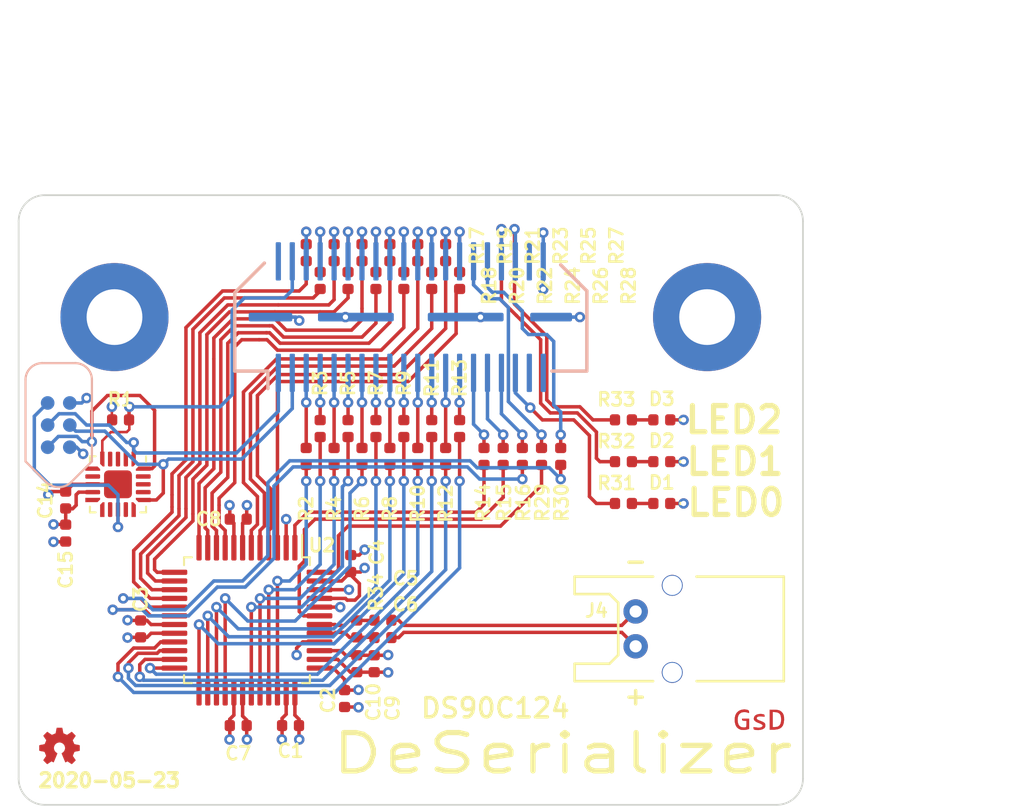
<source format=kicad_pcb>
(kicad_pcb (version 20221018) (generator pcbnew)
  (title_block (title "ds90c124-deserializer") (date "2020-05-23") (rev "r1.0") (comment 1 "SYZYGY Pod"))
  (layers (0 "F.Cu" signal) (1 "In1.Cu" power) (2 "In2.Cu" signal) (31 "B.Cu" signal) (34 "B.Paste" user) (35 "F.Paste" user) (36 "B.SilkS" user "B.Silkscreen") (37 "F.SilkS" user "F.Silkscreen") (38 "B.Mask" user) (39 "F.Mask" user) (44 "Edge.Cuts" user))
  (net 0 "")
  (net 1 "GND")
  (net 2 "+3V3")
  (net 3 "/Peripheral MCU/MISO")
  (net 4 "/Peripheral MCU/~{RESET}")
  (net 5 "/SCL")
  (net 6 "/SDA")
  (net 7 "/RGA")
  (net 8 "/D0")
  (net 9 "/D12")
  (net 10 "/D1")
  (net 11 "/D13")
  (net 12 "/D2")
  (net 13 "/D14")
  (net 14 "/D3")
  (net 15 "/D15")
  (net 16 "/D4")
  (net 17 "/D16")
  (net 18 "/D5")
  (net 19 "/D17")
  (net 20 "/D6")
  (net 21 "/D18")
  (net 22 "/D7")
  (net 23 "/D19")
  (net 24 "/D8")
  (net 25 "/D20")
  (net 26 "/D9")
  (net 27 "/D21")
  (net 28 "/D10")
  (net 29 "/D22")
  (net 30 "/D11")
  (net 31 "/D23")
  (net 32 "Net-(J1-Pad29)")
  (net 33 "Net-(J1-Pad30)")
  (net 34 "Net-(J1-Pad31)")
  (net 35 "Net-(J1-Pad32)")
  (net 36 "/R_CLK")
  (net 37 "/LVDS_N")
  (net 38 "/RIN_N")
  (net 39 "/RIN_P")
  (net 40 "/LVDS_P")
  (net 41 "Net-(D1-Pad2)")
  (net 42 "Net-(D2-Pad2)")
  (net 43 "Net-(D3-Pad2)")
  (net 44 "Net-(J1-Pad5)")
  (net 45 "Net-(J1-Pad6)")
  (net 46 "Net-(J1-Pad7)")
  (net 47 "Net-(J1-Pad8)")
  (net 48 "Net-(J1-Pad9)")
  (net 49 "Net-(J1-Pad10)")
  (net 50 "Net-(J1-Pad11)")
  (net 51 "Net-(J1-Pad12)")
  (net 52 "Net-(J1-Pad13)")
  (net 53 "Net-(J1-Pad14)")
  (net 54 "Net-(J1-Pad15)")
  (net 55 "Net-(J1-Pad16)")
  (net 56 "Net-(J1-Pad17)")
  (net 57 "Net-(J1-Pad18)")
  (net 58 "Net-(J1-Pad19)")
  (net 59 "Net-(J1-Pad20)")
  (net 60 "Net-(J1-Pad21)")
  (net 61 "Net-(J1-Pad22)")
  (net 62 "Net-(J1-Pad23)")
  (net 63 "Net-(J1-Pad24)")
  (net 64 "Net-(J1-Pad25)")
  (net 65 "Net-(J1-Pad26)")
  (net 66 "Net-(J1-Pad27)")
  (net 67 "Net-(J1-Pad28)")
  (net 68 "Net-(J1-Pad33)")
  (net 69 "/POWER_DOWN")
  (net 70 "/CLK_EDGE")
  (net 71 "/REN")
  (net 72 "/LOCK")
  (net 73 "/LED0")
  (net 74 "/LED1")
  (net 75 "/LED2")
  (footprint "Package_DFN_QFN:QFN-20-1EP_3x3mm_P0.45mm_EP1.6x1.6mm" (layer "F.Cu") (at 113.2 97.8 -90)
    (fp_text reference "U1" hide)
    (fp_text value "ATtiny44A-MMH" hide)
  )
  (footprint "Resistor_SMD:R_0402_1005Metric" (layer "F.Cu") (at 113.35 94.1)
    (fp_text reference "R1")
    (fp_text value "10K")
  )
  (footprint "Capacitor_SMD:C_0402_1005Metric" (layer "F.Cu") (at 110.2 98.7 90)
    (fp_text reference "C14")
    (fp_text value "0.1uF")
  )
  (footprint "Capacitor_SMD:C_0402_1005Metric" (layer "F.Cu") (at 110.2 100.6 -90)
    (fp_text reference "C15")
    (fp_text value "1uF")
  )
  (footprint "gkl_logos:gsd_logo_small" (layer "F.Cu") (at 150 111.4)
    (fp_text reference "G***" hide)
    (fp_text value "LOGO" hide)
  )
  (footprint "gkl_logos:oshw_small" (layer "F.Cu") (at 109.85 112.85)
    (fp_text reference "G***" hide)
    (fp_text value "LOGO" hide)
  )
  (footprint "Package_QFP:LQFP-48_7x7mm_P0.5mm" (layer "F.Cu") (at 120.6 105.6 -90)
    (fp_text reference "U2")
    (fp_text value "DS90C241")
  )
  (footprint "Resistor_SMD:R_0402_1005Metric" (layer "F.Cu") (at 132 96.2 90)
    (fp_text reference "R12")
    (fp_text value "47R")
  )
  (footprint "Resistor_SMD:R_0402_1005Metric" (layer "F.Cu") (at 142.2 98.9)
    (fp_text reference "R31")
    (fp_text value "1k")
  )
  (footprint "Capacitor_SMD:C_0402_1005Metric" (layer "F.Cu") (at 126.55 102.35 90)
    (fp_text reference "C4")
    (fp_text value "0.01uF")
  )
  (footprint "Resistor_SMD:R_0402_1005Metric" (layer "F.Cu") (at 125.6 84.5 -90)
    (fp_text reference "R19")
    (fp_text value "47R")
  )
  (footprint "LED_SMD:LED_0402_1005Metric" (layer "F.Cu") (at 144.4 96.5 180)
    (fp_text reference "D2")
    (fp_text value "LED_ALT")
  )
  (footprint "Capacitor_SMD:C_0402_1005Metric" (layer "F.Cu") (at 120.1 111.65 180)
    (fp_text reference "C7")
    (fp_text value "0.1uF")
  )
  (footprint "Resistor_SMD:R_0402_1005Metric" (layer "F.Cu") (at 127.2 84.5 -90)
    (fp_text reference "R21")
    (fp_text value "47R")
  )
  (footprint "Resistor_SMD:R_0402_1005Metric" (layer "F.Cu") (at 135.3 96.2 90)
    (fp_text reference "R15")
    (fp_text value "47R")
  )
  (footprint "Capacitor_SMD:C_0402_1005Metric" (layer "F.Cu") (at 126.9 108.1 -90)
    (fp_text reference "C10")
    (fp_text value "0.01uF")
  )
  (footprint "Resistor_SMD:R_0402_1005Metric" (layer "F.Cu") (at 132.8 86.1 -90)
    (fp_text reference "R28")
    (fp_text value "47R")
  )
  (footprint "Resistor_SMD:R_0402_1005Metric" (layer "F.Cu") (at 137.5 96.2 -90)
    (fp_text reference "R29")
    (fp_text value "47R")
  )
  (footprint "Capacitor_SMD:C_0402_1005Metric" (layer "F.Cu") (at 126.2 110.1 -90)
    (fp_text reference "C2")
    (fp_text value "0.01uF")
  )
  (footprint "Resistor_SMD:R_0402_1005Metric" (layer "F.Cu") (at 142.2 96.5)
    (fp_text reference "R32")
    (fp_text value "1k")
  )
  (footprint "Resistor_SMD:R_0402_1005Metric" (layer "F.Cu") (at 130.4 96.2 90)
    (fp_text reference "R10")
    (fp_text value "47R")
  )
  (footprint "Resistor_SMD:R_0402_1005Metric" (layer "F.Cu") (at 131.2 86.1 -90)
    (fp_text reference "R26")
    (fp_text value "47R")
  )
  (footprint "Capacitor_SMD:C_0402_1005Metric" (layer "F.Cu") (at 128.4 106.6 180)
    (fp_text reference "C6")
    (fp_text value "0.1uF")
  )
  (footprint "Resistor_SMD:R_0402_1005Metric" (layer "F.Cu") (at 138.6 96.2 -90)
    (fp_text reference "R30")
    (fp_text value "47R")
  )
  (footprint "Resistor_SMD:R_0402_1005Metric" (layer "F.Cu") (at 136.4 96.2 90)
    (fp_text reference "R16")
    (fp_text value "47R")
  )
  (footprint "Capacitor_SMD:C_0402_1005Metric" (layer "F.Cu") (at 128.4 105.6)
    (fp_text reference "C5")
    (fp_text value "0.1uF")
  )
  (footprint "Resistor_SMD:R_0402_1005Metric" (layer "F.Cu") (at 127.2 96.2 90)
    (fp_text reference "R6")
    (fp_text value "47R")
  )
  (footprint "Resistor_SMD:R_0402_1005Metric" (layer "F.Cu") (at 132.8 94.6 90)
    (fp_text reference "R13")
    (fp_text value "47R")
  )
  (footprint "Resistor_SMD:R_0402_1005Metric" (layer "F.Cu") (at 125.6 96.2 90)
    (fp_text reference "R4")
    (fp_text value "47R")
  )
  (footprint "Resistor_SMD:R_0402_1005Metric" (layer "F.Cu") (at 124 96.2 90)
    (fp_text reference "R2")
    (fp_text value "47R")
  )
  (footprint "Resistor_SMD:R_0402_1005Metric" (layer "F.Cu") (at 131.2 94.6 90)
    (fp_text reference "R11")
    (fp_text value "47R")
  )
  (footprint "Resistor_SMD:R_0402_1005Metric" (layer "F.Cu") (at 128.8 84.5 -90)
    (fp_text reference "R23")
    (fp_text value "47R")
  )
  (footprint "LED_SMD:LED_0402_1005Metric" (layer "F.Cu") (at 144.4 98.9 180)
    (fp_text reference "D1")
    (fp_text value "LED_ALT")
  )
  (footprint "Resistor_SMD:R_0402_1005Metric" (layer "F.Cu") (at 130.4 84.5 -90)
    (fp_text reference "R25")
    (fp_text value "47R")
  )
  (footprint "Resistor_SMD:R_0402_1005Metric" (layer "F.Cu") (at 124 84.5 -90)
    (fp_text reference "R17")
    (fp_text value "47R")
  )
  (footprint "Capacitor_SMD:C_0402_1005Metric" (layer "F.Cu") (at 127.9 108.1 -90)
    (fp_text reference "C9")
    (fp_text value "0.1uF")
  )
  (footprint "Resistor_SMD:R_0402_1005Metric" (layer "F.Cu") (at 132 84.5 -90)
    (fp_text reference "R27")
    (fp_text value "47R")
  )
  (footprint "Capacitor_SMD:C_0402_1005Metric" (layer "F.Cu") (at 114.5 106.1 90)
    (fp_text reference "C3")
    (fp_text value "0.1uF")
  )
  (footprint "Resistor_SMD:R_0402_1005Metric" (layer "F.Cu") (at 129.6 86.1 -90)
    (fp_text reference "R24")
    (fp_text value "47R")
  )
  (footprint "Resistor_SMD:R_0402_1005Metric" (layer "F.Cu") (at 126.4 86.1 -90)
    (fp_text reference "R20")
    (fp_text value "47R")
  )
  (footprint "Resistor_SMD:R_0402_1005Metric" (layer "F.Cu") (at 126.9 106.1 -90)
    (fp_text reference "R34")
    (fp_text value "100R")
  )
  (footprint "Resistor_SMD:R_0402_1005Metric" (layer "F.Cu") (at 124.8 94.6 90)
    (fp_text reference "R3")
    (fp_text value "47R")
  )
  (footprint "LED_SMD:LED_0402_1005Metric" (layer "F.Cu") (at 144.4 94.1 180)
    (fp_text reference "D3")
    (fp_text value "LED_ALT")
  )
  (footprint "Capacitor_SMD:C_0402_1005Metric" (layer "F.Cu") (at 120.1 99.8 180)
    (fp_text reference "C8")
    (fp_text value "0.01uF")
  )
  (footprint "Resistor_SMD:R_0402_1005Metric" (layer "F.Cu") (at 124.8 86.1 -90)
    (fp_text reference "R18")
    (fp_text value "47R")
  )
  (footprint "Capacitor_SMD:C_0402_1005Metric" (layer "F.Cu") (at 123.1 111.65 180)
    (fp_text reference "C1")
    (fp_text value "0.1uF")
  )
  (footprint "Resistor_SMD:R_0402_1005Metric" (layer "F.Cu") (at 128 86.1 -90)
    (fp_text reference "R22")
    (fp_text value "47R")
  )
  (footprint "Resistor_SMD:R_0402_1005Metric" (layer "F.Cu") (at 129.6 94.6 90)
    (fp_text reference "R9")
    (fp_text value "47R")
  )
  (footprint "Resistor_SMD:R_0402_1005Metric" (layer "F.Cu") (at 142.2 94.1)
    (fp_text reference "R33")
    (fp_text value "1k")
  )
  (footprint "Resistor_SMD:R_0402_1005Metric" (layer "F.Cu") (at 126.4 94.6 90)
    (fp_text reference "R5")
    (fp_text value "47R")
  )
  (footprint "Resistor_SMD:R_0402_1005Metric" (layer "F.Cu") (at 128 94.6 90)
    (fp_text reference "R7")
    (fp_text value "47R")
  )
  (footprint "Resistor_SMD:R_0402_1005Metric" (layer "F.Cu") (at 128.8 96.2 90)
    (fp_text reference "R8")
    (fp_text value "47R")
  )
  (footprint "Resistor_SMD:R_0402_1005Metric" (layer "F.Cu") (at 134.2 96.2 90)
    (fp_text reference "R14")
    (fp_text value "47R")
  )
  (footprint "gkl_conn:SB02B-PASK-2" (layer "F.Cu") (at 142.9 106.1 90)
    (fp_text reference "J4")
    (fp_text value "Conn_01x02_Male")
  )
  (footprint "gkl_conn:SYZYGY_standard_pod" (layer "B.Cu") (at 130 88.2 180)
    (fp_text reference "J1" hide)
    (fp_text value "SYZYGY-STD" hide)
  )
  (footprint "pkl_tag_connect:TC2030-NL_SMALL" (layer "B.Cu") (at 109.8 94.4 90)
    (fp_text reference "J3")
    (fp_text value "TagConnect")
  )
  (gr_line (start 151 116.2) (end 109 116.2) (stroke (width 0.1)) (layer "Edge.Cuts"))
  (gr_line (start 109 81.2) (end 151 81.2) (stroke (width 0.1)) (layer "Edge.Cuts"))
  (gr_line (start 107.5 114.7) (end 107.5 82.7) (stroke (width 0.1)) (layer "Edge.Cuts"))
  (gr_arc (start 107.5 82.7) (mid 107.93934 81.63934) (end 109 81.2) (stroke (width 0.1)) (layer "Edge.Cuts"))
  (gr_arc (start 109 116.2) (mid 107.93934 115.76066) (end 107.5 114.7) (stroke (width 0.1)) (layer "Edge.Cuts"))
  (gr_line (start 152.5 82.7) (end 152.5 114.7) (stroke (width 0.1)) (layer "Edge.Cuts"))
  (gr_arc (start 152.5 114.7) (mid 152.06066 115.76066) (end 151 116.2) (stroke (width 0.1)) (layer "Edge.Cuts"))
  (gr_arc (start 151 81.2) (mid 152.06066 81.63934) (end 152.5 82.7) (stroke (width 0.1)) (layer "Edge.Cuts"))
  (gr_text "-" (at 142.9 102.2) (layer "F.SilkS") (effects (font (size 1 1) (thickness 0.2))))
  (gr_text "LED1" (at 148.6 96.5) (layer "F.SilkS") (effects (font (size 1.5 1.5) (thickness 0.3))))
  (gr_text "LED0" (at 148.65 98.85) (layer "F.SilkS") (effects (font (size 1.5 1.5) (thickness 0.3))))
  (gr_text "+" (at 142.9 109.95) (layer "F.SilkS") (effects (font (size 1 1) (thickness 0.2))))
  (gr_text "2020-05-23\n" (at 112.7 114.8) (layer "F.SilkS") (effects (font (size 0.8 0.8) (thickness 0.2))))
  (gr_text "DeSerializer" (at 138.7 113.25) (layer "F.SilkS") (effects (font (size 2.2 2.959) (thickness 0.3))))
  (gr_text "LED2" (at 148.55 94.1) (layer "F.SilkS") (effects (font (size 1.5 1.5) (thickness 0.3))))
  (gr_text "DS90C124" (at 134.85 110.65) (layer "F.SilkS") (effects (font (size 1.1 1.1) (thickness 0.2))))
  (segment (start 119.85 100.035) (end 119.615 99.8) (width 0.2) (layer "F.Cu") (net 1))
  (segment (start 124.7625 103.85) (end 126.45 103.85) (width 0.2) (layer "F.Cu") (net 1))
  (segment (start 119.615 111.65) (end 119.615 112.435) (width 0.2) (layer "F.Cu") (net 1))
  (segment (start 119.85 111.05) (end 119.615 111.285) (width 0.2) (layer "F.Cu") (net 1))
  (segment (start 125.8 107.85) (end 126.535 108.585) (width 0.2) (layer "F.Cu") (net 1))
  (segment (start 122.615 111.235) (end 122.615 111.65) (width 0.2) (layer "F.Cu") (net 1))
  (segment (start 119.615 99.015) (end 119.6 99) (width 0.2) (layer "F.Cu") (net 1))
  (segment (start 123.8 106.85) (end 123.45 107.2) (width 0.2) (layer "F.Cu") (net 1))
  (segment (start 124.7625 106.85) (end 123.8 106.85) (width 0.2) (layer "F.Cu") (net 1))
  (segment (start 110.2 101.1) (end 109.5 101.1) (width 0.2) (layer "F.Cu") (net 1))
  (segment (start 111.75 97.8) (end 110.615 97.8) (width 0.2) (layer "F.Cu") (net 1))
  (segment (start 119.85 109.7625) (end 119.85 111.05) (width 0.2) (layer "F.Cu") (net 1))
  (segment (start 110.2 98.215) (end 109.385 98.215) (width 0.2) (layer "F.Cu") (net 1))
  (segment (start 119.615 111.285) (end 119.615 111.65) (width 0.2) (layer "F.Cu") (net 1))
  (segment (start 122.85 101.4375) (end 122.85 99.8) (width 0.2) (layer "F.Cu") (net 1))
  (segment (start 124.7625 104.85) (end 125.95 104.85) (width 0.2) (layer "F.Cu") (net 1))
  (segment (start 144.885 98.9) (end 145.65 98.9) (width 0.2) (layer "F.Cu") (net 1))
  (segment (start 114.865 105.615) (end 115.1 105.85) (width 0.2) (layer "F.Cu") (net 1))
  (segment (start 114.5 105.615) (end 114.865 105.615) (width 0.2) (layer "F.Cu") (net 1))
  (segment (start 122.85 111) (end 122.615 111.235) (width 0.2) (layer "F.Cu") (net 1))
  (segment (start 124.7625 107.85) (end 125.8 107.85) (width 0.2) (layer "F.Cu") (net 1))
  (segment (start 127.9 108.585) (end 128.685 108.585) (width 0.2) (layer "F.Cu") (net 1))
  (segment (start 113.765 105.615) (end 113.75 105.6) (width 0.2) (layer "F.Cu") (net 1))
  (segment (start 109.385 98.215) (end 109.2 98.4) (width 0.2) (layer "F.Cu") (net 1))
  (segment (start 119.85 101.4375) (end 119.85 100.035) (width 0.2) (layer "F.Cu") (net 1))
  (segment (start 119.615 99.8) (end 119.615 99.015) (width 0.2) (layer "F.Cu") (net 1))
  (segment (start 126.9 108.585) (end 127.9 108.585) (width 0.2) (layer "F.Cu") (net 1))
  (segment (start 122.615 112.435) (end 122.6 112.45) (width 0.2) (layer "F.Cu") (net 1))
  (segment (start 110.615 97.8) (end 110.2 98.215) (width 0.2) (layer "F.Cu") (net 1))
  (segment (start 122.85 109.7625) (end 122.85 111) (width 0.2) (layer "F.Cu") (net 1))
  (segment (start 119.615 112.435) (end 119.6 112.45) (width 0.2) (layer "F.Cu") (net 1))
  (segment (start 144.885 94.1) (end 145.65 94.1) (width 0.2) (layer "F.Cu") (net 1))
  (segment (start 126.2 110.585) (end 126.985 110.585) (width 0.2) (layer "F.Cu") (net 1))
  (segment (start 126.535 108.585) (end 126.9 108.585) (width 0.2) (layer "F.Cu") (net 1))
  (segment (start 123.45 107.2) (end 123.45 107.6) (width 0.2) (layer "F.Cu") (net 1))
  (segment (start 127.035 101.865) (end 127.35 101.55) (width 0.2) (layer "F.Cu") (net 1))
  (segment (start 144.885 96.5) (end 145.65 96.5) (width 0.2) (layer "F.Cu") (net 1))
  (segment (start 126.985 110.585) (end 127 110.6) (width 0.2) (layer "F.Cu") (net 1))
  (segment (start 114.5 105.615) (end 113.765 105.615) (width 0.2) (layer "F.Cu") (net 1))
  (segment (start 116.4375 105.85) (end 115.1 105.85) (width 0.2) (layer "F.Cu") (net 1))
  (segment (start 128.685 108.585) (end 128.7 108.6) (width 0.2) (layer "F.Cu") (net 1))
  (segment (start 126.55 101.865) (end 127.035 101.865) (width 0.2) (layer "F.Cu") (net 1))
  (segment (start 122.615 111.65) (end 122.615 112.435) (width 0.2) (layer "F.Cu") (net 1))
  (segment (start 113.2 97.8) (end 111.75 97.8) (width 0.2) (layer "F.Cu") (net 1))
  (via (at 109.2 98.4) (size 0.6) (drill 0.3) (layers "F.Cu" "B.Cu") (net 1))
  (via (at 123.6 88.4) (size 0.6) (drill 0.3) (layers "F.Cu" "B.Cu") (net 1))
  (via (at 113.75 105.6) (size 0.6) (drill 0.3) (layers "F.Cu" "B.Cu") (net 1))
  (via (at 145.65 98.9) (size 0.6) (drill 0.3) (layers "F.Cu" "B.Cu") (net 1))
  (via (at 145.65 94.1) (size 0.6) (drill 0.3) (layers "F.Cu" "B.Cu") (net 1))
  (via (at 122.85 99.8) (size 0.6) (drill 0.3) (layers "F.Cu" "B.Cu") (net 1))
  (via (at 127.35 101.55) (size 0.6) (drill 0.3) (layers "F.Cu" "B.Cu") (net 1))
  (via (at 123.45 107.6) (size 0.6) (drill 0.3) (layers "F.Cu" "B.Cu") (net 1))
  (via (at 126.45 103.85) (size 0.6) (drill 0.3) (layers "F.Cu" "B.Cu") (net 1))
  (via (at 111.4 92.85) (size 0.6) (drill 0.3) (layers "F.Cu" "B.Cu") (net 1))
  (via (at 127 110.6) (size 0.6) (drill 0.3) (layers "F.Cu" "B.Cu") (net 1))
  (via (at 109.5 101.1) (size 0.6) (drill 0.3) (layers "F.Cu" "B.Cu") (net 1))
  (via (at 122.6 112.45) (size 0.6) (drill 0.3) (layers "F.Cu" "B.Cu") (net 1))
  (via (at 119.6 112.45) (size 0.6) (drill 0.3) (layers "F.Cu" "B.Cu") (net 1))
  (via (at 128.7 108.6) (size 0.6) (drill 0.3) (layers "F.Cu" "B.Cu") (net 1))
  (via (at 126.25 88.2) (size 0.6) (drill 0.3) (layers "F.Cu" "B.Cu") (net 1))
  (via (at 119.6 99) (size 0.6) (drill 0.3) (layers "F.Cu" "B.Cu") (net 1))
  (via (at 125.95 104.85) (size 0.6) (drill 0.3) (layers "F.Cu" "B.Cu") (net 1))
  (via (at 139.7 88.2) (size 0.6) (drill 0.3) (layers "F.Cu" "B.Cu") (net 1))
  (via (at 134 88.2) (size 0.6) (drill 0.3) (layers "F.Cu" "B.Cu") (net 1))
  (via (at 145.65 96.5) (size 0.6) (drill 0.3) (layers "F.Cu" "B.Cu") (net 1))
  (segment (start 110.435 93.13) (end 111.12 93.13) (width 0.2) (layer "B.Cu") (net 1))
  (segment (start 111.12 93.13) (end 111.4 92.85) (width 0.2) (layer "B.Cu") (net 1))
  (segment (start 121.95 88.2) (end 123.4 88.2) (width 0.2) (layer "B.Cu") (net 1))
  (segment (start 138.05 88.2) (end 139.7 88.2) (width 0.2) (layer "B.Cu") (net 1))
  (segment (start 133.15 88.2) (end 134 88.2) (width 0.2) (layer "B.Cu") (net 1))
  (segment (start 126.85 88.2) (end 126.25 88.2) (width 0.2) (layer "B.Cu") (net 1))
  (segment (start 123.4 88.2) (end 123.6 88.4) (width 0.2) (layer "B.Cu") (net 1))
  (segment (start 126.55 103) (end 126.55 102.835) (width 0.2) (layer "F.Cu") (net 2))
  (segment (start 127.115 102.835) (end 127.35 102.6) (width 0.2) (layer "F.Cu") (net 2))
  (segment (start 120.585 112.435) (end 120.6 112.45) (width 0.2) (layer "F.Cu") (net 2))
  (segment (start 124.7625 108.35) (end 125.55 108.35) (width 0.2) (layer "F.Cu") (net 2))
  (segment (start 126.2 109) (end 126.2 109.615) (width 0.2) (layer "F.Cu") (net 2))
  (segment (start 123.35 111.05) (end 123.585 111.285) (width 0.2) (layer "F.Cu") (net 2))
  (segment (start 120.585 99.8) (end 120.585 99.015) (width 0.2) (layer "F.Cu") (net 2))
  (segment (start 111.75 98.25) (end 110.95 98.25) (width 0.2) (layer "F.Cu") (net 2))
  (segment (start 124.7625 104.35) (end 126.25 104.35) (width 0.2) (layer "F.Cu") (net 2))
  (segment (start 127.05 103.5) (end 126.55 103) (width 0.2) (layer "F.Cu") (net 2))
  (segment (start 126.25 104.35) (end 126.35 104.45) (width 0.2) (layer "F.Cu") (net 2))
  (segment (start 126.55 102.835) (end 127.115 102.835) (width 0.2) (layer "F.Cu") (net 2))
  (segment (start 123.35 109.7625) (end 123.35 111.05) (width 0.2) (layer "F.Cu") (net 2))
  (segment (start 120.35 109.7625) (end 120.35 111.1) (width 0.2) (layer "F.Cu") (net 2))
  (segment (start 120.585 111.335) (end 120.585 111.65) (width 0.2) (layer "F.Cu") (net 2))
  (segment (start 113.765 106.585) (end 113.75 106.6) (width 0.2) (layer "F.Cu") (net 2))
  (segment (start 120.585 99.015) (end 120.6 99) (width 0.2) (layer "F.Cu") (net 2))
  (segment (start 120.35 101.4375) (end 120.35 100.035) (width 0.2) (layer "F.Cu") (net 2))
  (segment (start 127.05 104.2) (end 127.05 103.5) (width 0.2) (layer "F.Cu") (net 2))
  (segment (start 110.95 98.25) (end 110.8 98.4) (width 0.2) (layer "F.Cu") (net 2))
  (segment (start 110.6 99.2) (end 110.2 99.2) (width 0.2) (layer "F.Cu") (net 2))
  (segment (start 110.8 99) (end 110.6 99.2) (width 0.2) (layer "F.Cu") (net 2))
  (segment (start 120.35 100.035) (end 120.585 99.8) (width 0.2) (layer "F.Cu") (net 2))
  (segment (start 110.2 100.1) (end 110.2 99.2) (width 0.2) (layer "F.Cu") (net 2))
  (segment (start 126.8 104.45) (end 127.05 104.2) (width 0.2) (layer "F.Cu") (net 2))
  (segment (start 125.55 108.35) (end 126.2 109) (width 0.2) (layer "F.Cu") (net 2))
  (segment (start 123.585 112.435) (end 123.6 112.45) (width 0.2) (layer "F.Cu") (net 2))
  (segment (start 114.865 106.585) (end 115.1 106.35) (width 0.2) (layer "F.Cu") (net 2))
  (segment (start 126.265 107.615) (end 126.9 107.615) (width 0.2) (layer "F.Cu") (net 2))
  (segment (start 110.2 100.1) (end 109.5 100.1) (width 0.2) (layer "F.Cu") (net 2))
  (segment (start 128.685 107.615) (end 128.7 107.6) (width 0.2) (layer "F.Cu") (net 2))
  (segment (start 112.85 94.1) (end 112.85 93.35) (width 0.15) (layer "F.Cu") (net 2))
  (segment (start 126.9 107.615) (end 127.9 107.615) (width 0.2) (layer "F.Cu") (net 2))
  (segment (start 116.4375 106.35) (end 115.1 106.35) (width 0.2) (layer "F.Cu") (net 2))
  (segment (start 126.035 103.35) (end 126.55 102.835) (width 0.2) (layer "F.Cu") (net 2))
  (segment (start 114.5 106.585) (end 114.865 106.585) (width 0.2) (layer "F.Cu") (net 2))
  (segment (start 123.585 111.65) (end 123.585 112.435) (width 0.2) (layer "F.Cu") (net 2))
  (segment (start 126.35 104.45) (end 126.8 104.45) (width 0.2) (layer "F.Cu") (net 2))
  (segment (start 123.585 111.285) (end 123.585 111.65) (width 0.2) (layer "F.Cu") (net 2))
  (segment (start 114.5 106.585) (end 113.765 106.585) (width 0.2) (layer "F.Cu") (net 2))
  (segment (start 120.35 111.1) (end 120.585 111.335) (width 0.2) (layer "F.Cu") (net 2))
  (segment (start 110.8 98.4) (end 110.8 99) (width 0.2) (layer "F.Cu") (net 2))
  (segment (start 127.9 107.615) (end 128.685 107.615) (width 0.2) (layer "F.Cu") (net 2))
  (segment (start 124.7625 103.35) (end 126.035 103.35) (width 0.2) (layer "F.Cu") (net 2))
  (segment (start 120.585 111.65) (end 120.585 112.435) (width 0.2) (layer "F.Cu") (net 2))
  (segment (start 124.7625 107.35) (end 126 107.35) (width 0.2) (layer "F.Cu") (net 2))
  (segment (start 126.2 109.615) (end 126.985 109.615) (width 0.2) (layer "F.Cu") (net 2))
  (segment (start 126 107.35) (end 126.265 107.615) (width 0.2) (layer "F.Cu") (net 2))
  (segment (start 126.985 109.615) (end 127 109.6) (width 0.2) (layer "F.Cu") (net 2))
  (via (at 137.6 83.35) (size 0.6) (drill 0.3) (layers "F.Cu" "B.Cu") (net 2))
  (via (at 123.6 112.45) (size 0.6) (drill 0.3) (layers "F.Cu" "B.Cu") (net 2))
  (via (at 127.35 102.6) (size 0.6) (drill 0.3) (layers "F.Cu" "B.Cu") (net 2))
  (via (at 128.7 107.6) (size 0.6) (drill 0.3) (layers "F.Cu" "B.Cu") (net 2))
  (via (at 113.75 106.6) (size 0.6) (drill 0.3) (layers "F.Cu" "B.Cu") (net 2))
  (via (at 127 109.6) (size 0.6) (drill 0.3) (layers "F.Cu" "B.Cu") (net 2))
  (via (at 111.2 96.05) (size 0.6) (drill 0.3) (layers "F.Cu" "B.Cu") (net 2))
  (via (at 137.6 86.6) (size 0.6) (drill 0.3) (layers "F.Cu" "B.Cu") (net 2))
  (via (at 120.6 112.45) (size 0.6) (drill 0.3) (layers "F.Cu" "B.Cu") (net 2))
  (via (at 112.85 93.35) (size 0.6) (drill 0.3) (layers "F.Cu" "B.Cu") (net 2))
  (via (at 120.6 99) (size 0.6) (drill 0.3) (layers "F.Cu" "B.Cu") (net 2))
  (via (at 109.5 100.1) (size 0.6) (drill 0.3) (layers "F.Cu" "B.Cu") (net 2))
  (segment (start 110.435 95.67) (end 110.82 95.67) (width 0.2) (layer "B.Cu") (net 2))
  (segment (start 137.6 85) (end 137.6 86.6) (width 0.2) (layer "B.Cu") (net 2))
  (segment (start 110.82 95.67) (end 111.2 96.05) (width 0.2) (layer "B.Cu") (net 2))
  (segment (start 137.6 85) (end 137.6 83.35) (width 0.2) (layer "B.Cu") (net 2))
  (segment (start 112.6 92.7) (end 111.7 93.6) (width 0.2) (layer "F.Cu") (net 3))
  (segment (start 115.3 93.55) (end 114.45 92.7) (width 0.2) (layer "F.Cu") (net 3))
  (segment (start 111.7 93.6) (end 111.7 95.35) (width 0.2) (layer "F.Cu") (net 3))
  (segment (start 115.3 96.75) (end 115.3 93.55) (width 0.2) (layer "F.Cu") (net 3))
  (segment (start 115.15 96.9) (end 115.3 96.75) (width 0.2) (layer "F.Cu") (net 3))
  (segment (start 114.65 96.9) (end 115.15 96.9) (width 0.2) (layer "F.Cu") (net 3))
  (segment (start 114.45 92.7) (end 112.6 92.7) (width 0.2) (layer "F.Cu") (net 3))
  (via (at 111.7 95.35) (size 0.6) (drill 0.3) (layers "F.Cu" "B.Cu") (net 3))
  (segment (start 111.15 95.35) (end 110.85 95.05) (width 0.2) (layer "B.Cu") (net 3))
  (segment (start 111.7 95.35) (end 111.15 95.35) (width 0.2) (layer "B.Cu") (net 3))
  (segment (start 109.785 95.05) (end 109.165 95.67) (width 0.2) (layer "B.Cu") (net 3))
  (segment (start 110.85 95.05) (end 109.785 95.05) (width 0.2) (layer "B.Cu") (net 3))
  (segment (start 113.2 100.25) (end 113.2 99.25) (width 0.2) (layer "F.Cu") (net 4))
  (via (at 113.2 100.25) (size 0.6) (drill 0.3) (layers "F.Cu" "B.Cu") (net 4))
  (segment (start 108.4 93.895) (end 108.4 96.95) (width 0.2) (layer "B.Cu") (net 4))
  (segment (start 112.65 97.85) (end 113.2 98.4) (width 0.2) (layer "B.Cu") (net 4))
  (segment (start 108.4 96.95) (end 109.3 97.85) (width 0.2) (layer "B.Cu") (net 4))
  (segment (start 113.2 98.4) (end 113.2 100.25) (width 0.2) (layer "B.Cu") (net 4))
  (segment (start 109.165 93.13) (end 108.4 93.895) (width 0.2) (layer "B.Cu") (net 4))
  (segment (start 109.3 97.85) (end 112.65 97.85) (width 0.2) (layer "B.Cu") (net 4))
  (segment (start 114.1 95.4) (end 114.1 96.35) (width 0.2) (layer "F.Cu") (net 5))
  (via (at 114.1 95.4) (size 0.6) (drill 0.3) (layers "F.Cu" "B.Cu") (net 5))
  (segment (start 122.4 91.4) (end 122.4 93.1) (width 0.2) (layer "B.Cu") (net 5))
  (segment (start 120 96) (end 114.25 96) (width 0.2) (layer "B.Cu") (net 5))
  (segment (start 109.165 94.4) (end 109.815 93.75) (width 0.2) (layer "B.Cu") (net 5))
  (segment (start 114.25 96) (end 114.1 95.85) (width 0.2) (layer "B.Cu") (net 5))
  (segment (start 114.1 95.4) (end 113.7 95.4) (width 0.2) (layer "B.Cu") (net 5))
  (segment (start 114.1 95.85) (end 114.1 95.4) (width 0.2) (layer "B.Cu") (net 5))
  (segment (start 111.4 94.4) (end 112.55 94.4) (width 0.2) (layer "B.Cu") (net 5))
  (segment (start 122.4 91.4) (end 122.4 93.15) (width 0.15) (layer "B.Cu") (net 5))
  (segment (start 122.4 93.1) (end 122.4 93.6) (width 0.2) (layer "B.Cu") (net 5))
  (segment (start 112.7 94.4) (end 112.55 94.4) (width 0.2) (layer "B.Cu") (net 5))
  (segment (start 113.7 95.4) (end 112.7 94.4) (width 0.2) (layer "B.Cu") (net 5))
  (segment (start 110.75 93.75) (end 111.4 94.4) (width 0.2) (layer "B.Cu") (net 5))
  (segment (start 109.815 93.75) (end 110.75 93.75) (width 0.2) (layer "B.Cu") (net 5))
  (segment (start 122.4 93.6) (end 120 96) (width 0.2) (layer "B.Cu") (net 5))
  (segment (start 115.8 96.65) (end 115.8 98.3) (width 0.2) (layer "F.Cu") (net 6))
  (segment (start 115.8 98.3) (end 115.4 98.7) (width 0.2) (layer "F.Cu") (net 6))
  (segment (start 115.4 98.7) (end 114.65 98.7) (width 0.2) (layer "F.Cu") (net 6))
  (via (at 115.8 96.65) (size 0.6) (drill 0.3) (layers "F.Cu" "B.Cu") (net 6))
  (segment (start 123.2 91.4) (end 123.2 93.1) (width 0.2) (layer "B.Cu") (net 6))
  (segment (start 123.2 93.1) (end 123.2 93.45) (width 0.2) (layer "B.Cu") (net 6))
  (segment (start 114.35 96.65) (end 112.449989 94.749989) (width 0.2) (layer "B.Cu") (net 6))
  (segment (start 115.8 96.65) (end 114.35 96.65) (width 0.2) (layer "B.Cu") (net 6))
  (segment (start 116.1 96.35) (end 115.8 96.65) (width 0.2) (layer "B.Cu") (net 6))
  (segment (start 123.2 93.45) (end 120.3 96.35) (width 0.2) (layer "B.Cu") (net 6))
  (segment (start 110.784989 94.749989) (end 110.435 94.4) (width 0.2) (layer "B.Cu") (net 6))
  (segment (start 112.449989 94.749989) (end 110.784989 94.749989) (width 0.2) (layer "B.Cu") (net 6))
  (segment (start 120.3 96.35) (end 116.1 96.35) (width 0.2) (layer "B.Cu") (net 6))
  (segment (start 113.835 93.365) (end 113.85 93.35) (width 0.2) (layer "F.Cu") (net 7))
  (segment (start 113.7 94.8) (end 113.85 94.65) (width 0.15) (layer "F.Cu") (net 7))
  (segment (start 112.8 94.8) (end 113.7 94.8) (width 0.15) (layer "F.Cu") (net 7))
  (segment (start 113.85 94.65) (end 113.85 94.1) (width 0.15) (layer "F.Cu") (net 7))
  (segment (start 113.835 94.1) (end 113.835 93.365) (width 0.2) (layer "F.Cu") (net 7))
  (segment (start 112.3 96.35) (end 112.3 95.3) (width 0.15) (layer "F.Cu") (net 7))
  (segment (start 112.3 95.3) (end 112.8 94.8) (width 0.15) (layer "F.Cu") (net 7))
  (via (at 113.85 93.35) (size 0.6) (drill 0.3) (layers "F.Cu" "B.Cu") (net 7))
  (segment (start 119.75 92.65) (end 119.75 87.8) (width 0.2) (layer "B.Cu") (net 7))
  (segment (start 123.2 86.65) (end 123.2 85) (width 0.2) (layer "B.Cu") (net 7))
  (segment (start 118.55 93.35) (end 119.05 93.35) (width 0.2) (layer "B.Cu") (net 7))
  (segment (start 113.85 93.35) (end 118.55 93.35) (width 0.2) (layer "B.Cu") (net 7))
  (segment (start 120.45 87.1) (end 122.75 87.1) (width 0.2) (layer "B.Cu") (net 7))
  (segment (start 122.75 87.1) (end 123.2 86.65) (width 0.2) (layer "B.Cu") (net 7))
  (segment (start 119.05 93.35) (end 119.75 92.65) (width 0.2) (layer "B.Cu") (net 7))
  (segment (start 119.75 87.8) (end 120.45 87.1) (width 0.2) (layer "B.Cu") (net 7))
  (segment (start 122.35 109.7625) (end 122.35 103.35) (width 0.2) (layer "F.Cu") (net 8))
  (segment (start 124 97.615) (end 124 96.685) (width 0.2) (layer "F.Cu") (net 8))
  (segment (start 124 97.615) (end 124 96.6) (width 0.12) (layer "F.Cu") (net 8))
  (via (at 122.35 103.35) (size 0.6) (drill 0.3) (layers "F.Cu" "B.Cu") (net 8))
  (via (at 124 97.615) (size 0.6) (drill 0.3) (layers "F.Cu" "B.Cu") (net 8))
  (segment (start 123.05 103.35) (end 122.35 103.35) (width 0.2) (layer "B.Cu") (net 8))
  (segment (start 124 97.615) (end 124 102.4) (width 0.2) (layer "B.Cu") (net 8))
  (segment (start 124 102.4) (end 123.05 103.35) (width 0.2) (layer "B.Cu") (net 8))
  (segment (start 115.05 104.35) (end 116.4375 104.35) (width 0.2) (layer "F.Cu") (net 9))
  (segment (start 115.2 100.5) (end 116.3 99.4) (width 0.2) (layer "F.Cu") (net 9))
  (segment (start 114.1 103.4) (end 115.05 104.35) (width 0.2) (layer "F.Cu") (net 9))
  (segment (start 117.1 96.4) (end 116.3 97.2) (width 0.2) (layer "F.Cu") (net 9))
  (segment (start 123 86.7) (end 123.6 86.7) (width 0.2) (layer "F.Cu") (net 9))
  (segment (start 115.2 100.5) (end 114.1 101.6) (width 0.2) (layer "F.Cu") (net 9))
  (segment (start 116.3 98.4) (end 116.3 99.1) (width 0.2) (layer "F.Cu") (net 9))
  (segment (start 118.6 87.3) (end 117.1 88.8) (width 0.2) (layer "F.Cu") (net 9))
  (segment (start 124 84.985) (end 124 86.3) (width 0.2) (layer "F.Cu") (net 9))
  (segment (start 116.3 97.2) (end 116.3 98.4) (width 0.2) (layer "F.Cu") (net 9))
  (segment (start 119.2 86.7) (end 118.6 87.3) (width 0.2) (layer "F.Cu") (net 9))
  (segment (start 123.6 86.7) (end 124 86.3) (width 0.2) (layer "F.Cu") (net 9))
  (segment (start 117.1 88.8) (end 117.1 96.4) (width 0.2) (layer "F.Cu") (net 9))
  (segment (start 123 86.7) (end 119.2 86.7) (width 0.2) (layer "F.Cu") (net 9))
  (segment (start 116.3 99.4) (end 116.3 99.1) (width 0.2) (layer "F.Cu") (net 9))
  (segment (start 114.1 101.6) (end 114.1 103.4) (width 0.2) (layer "F.Cu") (net 9))
  (segment (start 121.85 109.7375) (end 121.85 103.85) (width 0.2) (layer "F.Cu") (net 10))
  (segment (start 124.8 97.615) (end 124.8 95.085) (width 0.2) (layer "F.Cu") (net 10))
  (segment (start 124.8 97.615) (end 124.8 95) (width 0.12) (layer "F.Cu") (net 10))
  (via (at 121.85 103.85) (size 0.6) (drill 0.3) (layers "F.Cu" "B.Cu") (net 10))
  (via (at 124.8 97.615) (size 0.6) (drill 0.3) (layers "F.Cu" "B.Cu") (net 10))
  (segment (start 124.8 97.615) (end 124.8 102.4) (width 0.2) (layer "B.Cu") (net 10))
  (segment (start 124.8 102.4) (end 123.35 103.85) (width 0.2) (layer "B.Cu") (net 10))
  (segment (start 123.35 103.85) (end 121.85 103.85) (width 0.2) (layer "B.Cu") (net 10))
  (segment (start 122.5 87.1) (end 124.4 87.1) (width 0.2) (layer "F.Cu") (net 11))
  (segment (start 116.7 99.6) (end 116.7 99.2) (width 0.2) (layer "F.Cu") (net 11))
  (segment (start 117.5 88.9) (end 117.5 96.5) (width 0.2) (layer "F.Cu") (net 11))
  (segment (start 124.8 86.585) (end 124.8 86.7) (width 0.2) (layer "F.Cu") (net 11))
  (segment (start 119.15 87.25) (end 117.5 88.9) (width 0.2) (layer "F.Cu") (net 11))
  (segment (start 116.7 97.3) (end 116.7 99.2) (width 0.2) (layer "F.Cu") (net 11))
  (segment (start 114.5 101.8) (end 114.5 103.2) (width 0.2) (layer "F.Cu") (net 11))
  (segment (start 122.5 87.1) (end 119.3 87.1) (width 0.2) (layer "F.Cu") (net 11))
  (segment (start 119.3 87.1) (end 119.15 87.25) (width 0.2) (layer "F.Cu") (net 11))
  (segment (start 115.4 100.9) (end 114.5 101.8) (width 0.2) (layer "F.Cu") (net 11))
  (segment (start 114.5 103.2) (end 115.15 103.85) (width 0.2) (layer "F.Cu") (net 11))
  (segment (start 115.4 100.9) (end 116.7 99.6) (width 0.2) (layer "F.Cu") (net 11))
  (segment (start 117.5 96.5) (end 116.7 97.3) (width 0.2) (layer "F.Cu") (net 11))
  (segment (start 124.8 86.7) (end 124.4 87.1) (width 0.2) (layer "F.Cu") (net 11))
  (segment (start 115.15 103.85) (end 116.4375 103.85) (width 0.2) (layer "F.Cu") (net 11))
  (segment (start 125.6 97.615) (end 125.6 96.6) (width 0.12) (layer "F.Cu") (net 12))
  (segment (start 121.35 109.7625) (end 121.35 104.35) (width 0.2) (layer "F.Cu") (net 12))
  (segment (start 125.6 97.615) (end 125.6 96.685) (width 0.2) (layer "F.Cu") (net 12))
  (via (at 125.6 97.615) (size 0.6) (drill 0.3) (layers "F.Cu" "B.Cu") (net 12))
  (via (at 121.35 104.35) (size 0.6) (drill 0.3) (layers "F.Cu" "B.Cu") (net 12))
  (segment (start 125.6 97.615) (end 125.6 102.4) (width 0.2) (layer "B.Cu") (net 12))
  (segment (start 123.65 104.35) (end 121.35 104.35) (width 0.2) (layer "B.Cu") (net 12))
  (segment (start 125.6 102.4) (end 123.65 104.35) (width 0.2) (layer "B.Cu") (net 12))
  (segment (start 117.1 97.4) (end 117.1 99.2) (width 0.2) (layer "F.Cu") (net 13))
  (segment (start 115.35 103.35) (end 116.4375 103.35) (width 0.2) (layer "F.Cu") (net 13))
  (segment (start 122.4 87.5) (end 119.5 87.5) (width 0.2) (layer "F.Cu") (net 13))
  (segment (start 115.5 101.3) (end 117.1 99.7) (width 0.2) (layer "F.Cu") (net 13))
  (segment (start 119.5 87.5) (end 117.9 89.1) (width 0.2) (layer "F.Cu") (net 13))
  (segment (start 117.1 99.7) (end 117.1 99.2) (width 0.2) (layer "F.Cu") (net 13))
  (segment (start 114.9 101.9) (end 114.9 102.9) (width 0.2) (layer "F.Cu") (net 13))
  (segment (start 117.9 89.1) (end 117.9 96.6) (width 0.2) (layer "F.Cu") (net 13))
  (segment (start 125.3 87.5) (end 125.6 87.2) (width 0.2) (layer "F.Cu") (net 13))
  (segment (start 114.9 102.9) (end 115.35 103.35) (width 0.2) (layer "F.Cu") (net 13))
  (segment (start 115.5 101.3) (end 114.9 101.9) (width 0.2) (layer "F.Cu") (net 13))
  (segment (start 125.6 84.985) (end 125.6 87.2) (width 0.2) (layer "F.Cu") (net 13))
  (segment (start 122.4 87.5) (end 125.3 87.5) (width 0.2) (layer "F.Cu") (net 13))
  (segment (start 117.9 96.6) (end 117.1 97.4) (width 0.2) (layer "F.Cu") (net 13))
  (segment (start 126.4 97.615) (end 126.4 95) (width 0.12) (layer "F.Cu") (net 14))
  (segment (start 120.85 109.7625) (end 120.85 104.85) (width 0.2) (layer "F.Cu") (net 14))
  (segment (start 126.4 97.615) (end 126.4 95.085) (width 0.2) (layer "F.Cu") (net 14))
  (via (at 126.4 97.615) (size 0.6) (drill 0.3) (layers "F.Cu" "B.Cu") (net 14))
  (via (at 120.85 104.85) (size 0.6) (drill 0.3) (layers "F.Cu" "B.Cu") (net 14))
  (segment (start 123.735719 104.85) (end 120.85 104.85) (width 0.2) (layer "B.Cu") (net 14))
  (segment (start 126.4 97.615) (end 126.075721 97.939279) (width 0.2) (layer "B.Cu") (net 14))
  (segment (start 126.075721 97.939279) (end 126.075721 102.509998) (width 0.2) (layer "B.Cu") (net 14))
  (segment (start 126.075721 102.509998) (end 123.735719 104.85) (width 0.2) (layer "B.Cu") (net 14))
  (segment (start 118.3 89.2) (end 118.3 96.7) (width 0.2) (layer "F.Cu") (net 15))
  (segment (start 117.7 97.3) (end 117.5 97.5) (width 0.2) (layer "F.Cu") (net 15))
  (segment (start 126.4 87.1) (end 126.4 86.585) (width 0.2) (layer "F.Cu") (net 15))
  (segment (start 124.8 87.9) (end 125.6 87.9) (width 0.2) (layer "F.Cu") (net 15))
  (segment (start 118.3 96.7) (end 117.7 97.3) (width 0.2) (layer "F.Cu") (net 15))
  (segment (start 115.3 102.7) (end 115.45 102.85) (width 0.2) (layer "F.Cu") (net 15))
  (segment (start 119.6 87.9) (end 118.3 89.2) (width 0.2) (layer "F.Cu") (net 15))
  (segment (start 115.3 102.1) (end 115.3 102.7) (width 0.2) (layer "F.Cu") (net 15))
  (segment (start 117.5 99.9) (end 117.5 99.5) (width 0.2) (layer "F.Cu") (net 15))
  (segment (start 122.2 87.9) (end 119.6 87.9) (width 0.2) (layer "F.Cu") (net 15))
  (segment (start 117.5 97.5) (end 117.5 99.5) (width 0.2) (layer "F.Cu") (net 15))
  (segment (start 122.2 87.9) (end 124.8 87.9) (width 0.2) (layer "F.Cu") (net 15))
  (segment (start 115.45 102.85) (end 116.4375 102.85) (width 0.2) (layer "F.Cu") (net 15))
  (segment (start 125.6 87.9) (end 126.4 87.1) (width 0.2) (layer "F.Cu") (net 15))
  (segment (start 115.7 101.7) (end 115.3 102.1) (width 0.2) (layer "F.Cu") (net 15))
  (segment (start 115.7 101.7) (end 117.5 99.9) (width 0.2) (layer "F.Cu") (net 15))
  (segment (start 119.35 109.7625) (end 119.35 104.35) (width 0.2) (layer "F.Cu") (net 16))
  (segment (start 127.2 96.6) (end 127.2 97.615) (width 0.12) (layer "F.Cu") (net 16))
  (segment (start 127.2 97.615) (end 127.2 96.685) (width 0.2) (layer "F.Cu") (net 16))
  (via (at 127.2 97.615) (size 0.6) (drill 0.3) (layers "F.Cu" "B.Cu") (net 16))
  (via (at 119.35 104.35) (size 0.6) (drill 0.3) (layers "F.Cu" "B.Cu") (net 16))
  (segment (start 123.359998 105.65) (end 126.51286 102.497138) (width 0.2) (layer "B.Cu") (net 16))
  (segment (start 126.51286 98.30214) (end 127.2 97.615) (width 0.2) (layer "B.Cu") (net 16))
  (segment (start 119.35 104.35) (end 120.65 105.65) (width 0.2) (layer "B.Cu") (net 16))
  (segment (start 120.65 105.65) (end 123.359998 105.65) (width 0.2) (layer "B.Cu") (net 16))
  (segment (start 126.51286 102.497138) (end 126.51286 98.30214) (width 0.2) (layer "B.Cu") (net 16))
  (segment (start 121.8 88.3) (end 122.2 88.3) (width 0.2) (layer "F.Cu") (net 17))
  (segment (start 122.85 88.95) (end 126.6 88.95) (width 0.2) (layer "F.Cu") (net 17))
  (segment (start 127.2 84.985) (end 127.2 87.7) (width 0.2) (layer "F.Cu") (net 17))
  (segment (start 126.6 88.95) (end 127.2 88.35) (width 0.2) (layer "F.Cu") (net 17))
  (segment (start 119.8 88.3) (end 121.8 88.3) (width 0.2) (layer "F.Cu") (net 17))
  (segment (start 118.7 96.9) (end 118.7 90.6) (width 0.2) (layer "F.Cu") (net 17))
  (segment (start 117.85 101.4375) (end 117.85 97.75) (width 0.2) (layer "F.Cu") (net 17))
  (segment (start 118.7 89.4) (end 119.8 88.3) (width 0.2) (layer "F.Cu") (net 17))
  (segment (start 118.7 90.6) (end 118.7 89.4) (width 0.2) (layer "F.Cu") (net 17))
  (segment (start 122.2 88.3) (end 122.85 88.95) (width 0.2) (layer "F.Cu") (net 17))
  (segment (start 127.2 88.35) (end 127.2 87.7) (width 0.2) (layer "F.Cu") (net 17))
  (segment (start 117.85 97.75) (end 118.7 96.9) (width 0.2) (layer "F.Cu") (net 17))
  (segment (start 128 97.615) (end 128 95.085) (width 0.2) (layer "F.Cu") (net 18))
  (segment (start 118.85 109.7625) (end 118.85 104.85) (width 0.2) (layer "F.Cu") (net 18))
  (segment (start 128 97.615) (end 128 95) (width 0.12) (layer "F.Cu") (net 18))
  (via (at 118.85 104.85) (size 0.6) (drill 0.3) (layers "F.Cu" "B.Cu") (net 18))
  (via (at 128 97.615) (size 0.6) (drill 0.3) (layers "F.Cu" "B.Cu") (net 18))
  (segment (start 125.569392 106.1) (end 120.1 106.1) (width 0.2) (layer "B.Cu") (net 18))
  (segment (start 128 103.669392) (end 125.569392 106.1) (width 0.2) (layer "B.Cu") (net 18))
  (segment (start 128 97.615) (end 128 103.669392) (width 0.2) (layer "B.Cu") (net 18))
  (segment (start 120.1 106.1) (end 118.85 104.85) (width 0.2) (layer "B.Cu") (net 18))
  (segment (start 128 86.585) (end 128 88.1) (width 0.2) (layer "F.Cu") (net 19))
  (segment (start 122.7 89.35) (end 122.05 88.7) (width 0.2) (layer "F.Cu") (net 19))
  (segment (start 128 88.1) (end 128 88.55) (width 0.2) (layer "F.Cu") (net 19))
  (segment (start 119.1 97.1) (end 119.1 89.5) (width 0.2) (layer "F.Cu") (net 19))
  (segment (start 118.2 98) (end 119.1 97.1) (width 0.2) (layer "F.Cu") (net 19))
  (segment (start 118.35 100.45) (end 118.2 100.3) (width 0.2) (layer "F.Cu") (net 19))
  (segment (start 118.35 101.4375) (end 118.35 100.45) (width 0.2) (layer "F.Cu") (net 19))
  (segment (start 119.9 88.7) (end 121.9 88.7) (width 0.2) (layer "F.Cu") (net 19))
  (segment (start 127.2 89.35) (end 122.7 89.35) (width 0.2) (layer "F.Cu") (net 19))
  (segment (start 121.9 88.7) (end 122.05 88.7) (width 0.2) (layer "F.Cu") (net 19))
  (segment (start 119.1 89.5) (end 119.9 88.7) (width 0.2) (layer "F.Cu") (net 19))
  (segment (start 118.2 100.3) (end 118.2 98) (width 0.2) (layer "F.Cu") (net 19))
  (segment (start 128 88.55) (end 127.2 89.35) (width 0.2) (layer "F.Cu") (net 19))
  (segment (start 128.8 97.615) (end 128.8 96.6) (width 0.12) (layer "F.Cu") (net 20))
  (segment (start 118.35 109.7625) (end 118.35 105.35) (width 0.2) (layer "F.Cu") (net 20))
  (segment (start 128.8 97.615) (end 128.8 96.685) (width 0.2) (layer "F.Cu") (net 20))
  (via (at 128.8 97.615) (size 0.6) (drill 0.3) (layers "F.Cu" "B.Cu") (net 20))
  (via (at 118.35 105.35) (size 0.6) (drill 0.3) (layers "F.Cu" "B.Cu") (net 20))
  (segment (start 128.8 97.615) (end 128.8 103.293671) (width 0.2) (layer "B.Cu") (net 20))
  (segment (start 125.543671 106.55) (end 119.55 106.55) (width 0.2) (layer "B.Cu") (net 20))
  (segment (start 128.8 103.293671) (end 125.543671 106.55) (width 0.2) (layer "B.Cu") (net 20))
  (segment (start 119.55 106.55) (end 118.35 105.35) (width 0.2) (layer "B.Cu") (net 20))
  (segment (start 120.1 89.1) (end 121.7 89.1) (width 0.2) (layer "F.Cu") (net 21))
  (segment (start 128.8 88.5) (end 127.6 89.7) (width 0.2) (layer "F.Cu") (net 21))
  (segment (start 118.85 100.45) (end 118.6 100.2) (width 0.2) (layer "F.Cu") (net 21))
  (segment (start 121.7 89.1) (end 121.75 89.1) (width 0.2) (layer "F.Cu") (net 21))
  (segment (start 122.5 89.7) (end 121.9 89.1) (width 0.2) (layer "F.Cu") (net 21))
  (segment (start 119.5 97.4) (end 119.5 89.7) (width 0.2) (layer "F.Cu") (net 21))
  (segment (start 118.85 101.4375) (end 118.85 100.45) (width 0.2) (layer "F.Cu") (net 21))
  (segment (start 121.9 89.1) (end 121.75 89.1) (width 0.2) (layer "F.Cu") (net 21))
  (segment (start 128.8 84.985) (end 128.8 88.5) (width 0.2) (layer "F.Cu") (net 21))
  (segment (start 119.5 89.7) (end 120.1 89.1) (width 0.2) (layer "F.Cu") (net 21))
  (segment (start 118.6 98.3) (end 119.5 97.4) (width 0.2) (layer "F.Cu") (net 21))
  (segment (start 127.6 89.7) (end 122.5 89.7) (width 0.2) (layer "F.Cu") (net 21))
  (segment (start 118.6 100.2) (end 118.6 98.3) (width 0.2) (layer "F.Cu") (net 21))
  (segment (start 129.6 97.615) (end 129.6 95) (width 0.12) (layer "F.Cu") (net 22))
  (segment (start 117.85 109.7625) (end 117.85 105.85) (width 0.2) (layer "F.Cu") (net 22))
  (segment (start 129.6 97.615) (end 129.6 95.085) (width 0.2) (layer "F.Cu") (net 22))
  (via (at 129.6 97.615) (size 0.6) (drill 0.3) (layers "F.Cu" "B.Cu") (net 22))
  (via (at 117.85 105.85) (size 0.6) (drill 0.3) (layers "F.Cu" "B.Cu") (net 22))
  (segment (start 129.6 97.615) (end 129.6 102.95) (width 0.2) (layer "B.Cu") (net 22))
  (segment (start 118.95 106.95) (end 117.85 105.85) (width 0.2) (layer "B.Cu") (net 22))
  (segment (start 125.6 106.95) (end 118.95 106.95) (width 0.2) (layer "B.Cu") (net 22))
  (segment (start 129.6 102.95) (end 125.6 106.95) (width 0.2) (layer "B.Cu") (net 22))
  (segment (start 119.9 89.9) (end 120 89.8) (width 0.2) (layer "F.Cu") (net 23))
  (segment (start 128.3 90.1) (end 129.6 88.8) (width 0.2) (layer "F.Cu") (net 23))
  (segment (start 119.35 101.4375) (end 119.35 100.45) (width 0.2) (layer "F.Cu") (net 23))
  (segment (start 119 100.1) (end 119 99.3) (width 0.2) (layer "F.Cu") (net 23))
  (segment (start 120 89.8) (end 120.3 89.5) (width 0.2) (layer "F.Cu") (net 23))
  (segment (start 121.75 89.5) (end 122.35 90.1) (width 0.2) (layer "F.Cu") (net 23))
  (segment (start 129.6 86.585) (end 129.6 88.8) (width 0.2) (layer "F.Cu") (net 23))
  (segment (start 121.3 89.5) (end 121.75 89.5) (width 0.2) (layer "F.Cu") (net 23))
  (segment (start 119 99) (end 119 98.6) (width 0.2) (layer "F.Cu") (net 23))
  (segment (start 119.35 100.45) (end 119 100.1) (width 0.2) (layer "F.Cu") (net 23))
  (segment (start 119.9 97.7) (end 119.9 89.9) (width 0.2) (layer "F.Cu") (net 23))
  (segment (start 120.3 89.5) (end 121.3 89.5) (width 0.2) (layer "F.Cu") (net 23))
  (segment (start 119 98.6) (end 119.9 97.7) (width 0.2) (layer "F.Cu") (net 23))
  (segment (start 119 99.3) (end 119 99) (width 0.2) (layer "F.Cu") (net 23))
  (segment (start 122.35 90.1) (end 128.3 90.1) (width 0.2) (layer "F.Cu") (net 23))
  (segment (start 130.4 97.615) (end 130.4 96.685) (width 0.2) (layer "F.Cu") (net 24))
  (segment (start 116.45 108.35) (end 115.0375 108.35) (width 0.2) (layer "F.Cu") (net 24))
  (segment (start 130.4 97.615) (end 130.4 96.6) (width 0.12) (layer "F.Cu") (net 24))
  (via (at 130.4 97.615) (size 0.6) (drill 0.3) (layers "F.Cu" "B.Cu") (net 24))
  (via (at 115.0375 108.35) (size 0.6) (drill 0.3) (layers "F.Cu" "B.Cu") (net 24))
  (segment (start 115.0375 108.35) (end 115.3875 108.7) (width 0.2) (layer "B.Cu") (net 24))
  (segment (start 126.4 106.95) (end 130.4 102.95) (width 0.2) (layer "B.Cu") (net 24))
  (segment (start 115.3875 108.7) (end 124.65 108.7) (width 0.2) (layer "B.Cu") (net 24))
  (segment (start 124.65 108.7) (end 126.4 106.95) (width 0.2) (layer "B.Cu") (net 24))
  (segment (start 130.4 102.95) (end 130.4 97.615) (width 0.2) (layer "B.Cu") (net 24))
  (segment (start 130.4 84.985) (end 130.4 88.85) (width 0.2) (layer "F.Cu") (net 25))
  (segment (start 121.2 100.1) (end 120.85 100.45) (width 0.2) (layer "F.Cu") (net 25))
  (segment (start 130.4 88.85) (end 128.65 90.6) (width 0.2) (layer "F.Cu") (net 25))
  (segment (start 122.3 90.6) (end 120.4 92.5) (width 0.2) (layer "F.Cu") (net 25))
  (segment (start 120.4 97.7) (end 121.2 98.5) (width 0.2) (layer "F.Cu") (net 25))
  (segment (start 128.65 90.6) (end 122.3 90.6) (width 0.2) (layer "F.Cu") (net 25))
  (segment (start 120.4 92.5) (end 120.4 97.7) (width 0.2) (layer "F.Cu") (net 25))
  (segment (start 121.2 98.5) (end 121.2 100.1) (width 0.2) (layer "F.Cu") (net 25))
  (segment (start 120.85 100.45) (end 120.85 101.4375) (width 0.2) (layer "F.Cu") (net 25))
  (segment (start 131.2 97.615) (end 131.2 95.085) (width 0.2) (layer "F.Cu") (net 26))
  (segment (start 114.45 108.15) (end 114.45 108.85) (width 0.2) (layer "F.Cu") (net 26))
  (segment (start 131.2 97.615) (end 131.2 95) (width 0.12) (layer "F.Cu") (net 26))
  (segment (start 114.75 107.85) (end 114.45 108.15) (width 0.2) (layer "F.Cu") (net 26))
  (segment (start 116.45 107.85) (end 114.75 107.85) (width 0.2) (layer "F.Cu") (net 26))
  (via (at 131.2 97.615) (size 0.6) (drill 0.3) (layers "F.Cu" "B.Cu") (net 26))
  (via (at 114.45 108.85) (size 0.6) (drill 0.3) (layers "F.Cu" "B.Cu") (net 26))
  (segment (start 114.65 109.05) (end 114.45 108.85) (width 0.2) (layer "B.Cu") (net 26))
  (segment (start 124.95 109.05) (end 114.65 109.05) (width 0.2) (layer "B.Cu") (net 26))
  (segment (start 131.2 97.615) (end 131.2 102.8) (width 0.2) (layer "B.Cu") (net 26))
  (segment (start 131.2 102.8) (end 124.95 109.05) (width 0.2) (layer "B.Cu") (net 26))
  (segment (start 120.8 97.5) (end 121.6 98.3) (width 0.2) (layer "F.Cu") (net 27))
  (segment (start 120.8 92.6) (end 120.8 97.5) (width 0.2) (layer "F.Cu") (net 27))
  (segment (start 122.386049 91.013951) (end 120.8 92.6) (width 0.2) (layer "F.Cu") (net 27))
  (segment (start 131.2 86.585) (end 131.2 88.85) (width 0.2) (layer "F.Cu") (net 27))
  (segment (start 131.2 88.85) (end 129.036049 91.013951) (width 0.2) (layer "F.Cu") (net 27))
  (segment (start 121.35 100.45) (end 121.35 101.4375) (width 0.2) (layer "F.Cu") (net 27))
  (segment (start 121.6 100.2) (end 121.35 100.45) (width 0.2) (layer "F.Cu") (net 27))
  (segment (start 121.6 98.3) (end 121.6 100.2) (width 0.2) (layer "F.Cu") (net 27))
  (segment (start 129.036049 91.013951) (end 122.386049 91.013951) (width 0.2) (layer "F.Cu") (net 27))
  (segment (start 116.4625 107.35) (end 116.432479 107.380021) (width 0.2) (layer "F.Cu") (net 28))
  (segment (start 132 97.615) (end 132 96.685) (width 0.2) (layer "F.Cu") (net 28))
  (segment (start 114.35 107.5) (end 113.8 108.05) (width 0.2) (layer "F.Cu") (net 28))
  (segment (start 115.6 107.35) (end 115.45 107.5) (width 0.2) (layer "F.Cu") (net 28))
  (segment (start 132 97.615) (end 132 96.6) (width 0.12) (layer "F.Cu") (net 28))
  (segment (start 115.45 107.5) (end 114.35 107.5) (width 0.2) (layer "F.Cu") (net 28))
  (segment (start 113.8 108.05) (end 113.8 108.35) (width 0.2) (layer "F.Cu") (net 28))
  (segment (start 116.4375 107.35) (end 115.6 107.35) (width 0.2) (layer "F.Cu") (net 28))
  (via (at 113.8 108.35) (size 0.6) (drill 0.3) (layers "F.Cu" "B.Cu") (net 28))
  (via (at 132 97.615) (size 0.6) (drill 0.3) (layers "F.Cu" "B.Cu") (net 28))
  (segment (start 132 97.615) (end 132 102.7) (width 0.2) (layer "B.Cu") (net 28))
  (segment (start 125.349999 109.350001) (end 114.209999 109.350001) (width 0.2) (layer "B.Cu") (net 28))
  (segment (start 113.8 108.940002) (end 113.8 108.35) (width 0.2) (layer "B.Cu") (net 28))
  (segment (start 132 102.7) (end 125.349999 109.350001) (width 0.2) (layer "B.Cu") (net 28))
  (segment (start 114.209999 109.350001) (end 113.8 108.940002) (width 0.2) (layer "B.Cu") (net 28))
  (segment (start 122 98.1) (end 121.2 97.3) (width 0.2) (layer "F.Cu") (net 29))
  (segment (start 129.35 91.5) (end 132 88.85) (width 0.2) (layer "F.Cu") (net 29))
  (segment (start 132 88.85) (end 132 84.985) (width 0.2) (layer "F.Cu") (net 29))
  (segment (start 121.2 97.3) (end 121.2 92.7) (width 0.2) (layer "F.Cu") (net 29))
  (segment (start 121.2 92.7) (end 122.4 91.5) (width 0.2) (layer "F.Cu") (net 29))
  (segment (start 121.85 100.45) (end 122 100.3) (width 0.2) (layer "F.Cu") (net 29))
  (segment (start 122.4 91.5) (end 129.35 91.5) (width 0.2) (layer "F.Cu") (net 29))
  (segment (start 122 100.3) (end 122 98.1) (width 0.2) (layer "F.Cu") (net 29))
  (segment (start 121.85 101.4375) (end 121.85 100.45) (width 0.2) (layer "F.Cu") (net 29))
  (segment (start 116.45 106.85) (end 115.65 106.85) (width 0.2) (layer "F.Cu") (net 30))
  (segment (start 115.65 106.85) (end 115.3 107.2) (width 0.2) (layer "F.Cu") (net 30))
  (segment (start 132.8 97.615) (end 132.8 95.085) (width 0.2) (layer "F.Cu") (net 30))
  (segment (start 114.1 107.2) (end 113.2 108.1) (width 0.2) (layer "F.Cu") (net 30))
  (segment (start 132.8 97.615) (end 132.8 95) (width 0.12) (layer "F.Cu") (net 30))
  (segment (start 115.3 107.2) (end 114.1 107.2) (width 0.2) (layer "F.Cu") (net 30))
  (segment (start 113.2 108.1) (end 113.2 108.85) (width 0.2) (layer "F.Cu") (net 30))
  (via (at 113.2 108.85) (size 0.6) (drill 0.3) (layers "F.Cu" "B.Cu") (net 30))
  (via (at 132.8 97.615) (size 0.6) (drill 0.3) (layers "F.Cu" "B.Cu") (net 30))
  (segment (start 114.1 109.75) (end 113.2 108.85) (width 0.2) (layer "B.Cu") (net 30))
  (segment (start 132.8 102.6) (end 125.65 109.75) (width 0.2) (layer "B.Cu") (net 30))
  (segment (start 125.65 109.75) (end 114.1 109.75) (width 0.2) (layer "B.Cu") (net 30))
  (segment (start 132.8 97.615) (end 132.8 102.6) (width 0.2) (layer "B.Cu") (net 30))
  (segment (start 122.35 92.05) (end 122.35 101.4375) (width 0.2) (layer "F.Cu") (net 31))
  (segment (start 122.5 91.9) (end 122.35 92.05) (width 0.2) (layer "F.Cu") (net 31))
  (segment (start 132.599991 86.785009) (end 132.599991 89.150009) (width 0.2) (layer "F.Cu") (net 31))
  (segment (start 129.85 91.9) (end 122.5 91.9) (width 0.2) (layer "F.Cu") (net 31))
  (segment (start 132.8 86.585) (end 132.599991 86.785009) (width 0.2) (layer "F.Cu") (net 31))
  (segment (start 132.599991 89.150009) (end 129.85 91.9) (width 0.2) (layer "F.Cu") (net 31))
  (segment (start 134.2 94.95) (end 134.2 95.715) (width 0.2) (layer "F.Cu") (net 32))
  (via (at 134.2 94.95) (size 0.6) (drill 0.3) (layers "F.Cu" "B.Cu") (net 32))
  (segment (start 133.6 94.35) (end 134.2 94.95) (width 0.2) (layer "B.Cu") (net 32))
  (segment (start 133.6 91.4) (end 133.6 94.35) (width 0.2) (layer "B.Cu") (net 32))
  (segment (start 137.5 95.715) (end 137.5 94.95) (width 0.2) (layer "F.Cu") (net 33))
  (via (at 137.5 94.95) (size 0.6) (drill 0.3) (layers "F.Cu" "B.Cu") (net 33))
  (segment (start 137.5 94.95) (end 135.6 93.05) (width 0.2) (layer "B.Cu") (net 33))
  (segment (start 135.6 93.05) (end 135.6 87.65) (width 0.2) (layer "B.Cu") (net 33))
  (segment (start 133.6 86.35) (end 133.6 85) (width 0.2) (layer "B.Cu") (net 33))
  (segment (start 135.6 87.65) (end 135.1 87.15) (width 0.2) (layer "B.Cu") (net 33))
  (segment (start 135.1 87.15) (end 134.4 87.15) (width 0.2) (layer "B.Cu") (net 33))
  (segment (start 134.4 87.15) (end 133.6 86.35) (width 0.2) (layer "B.Cu") (net 33))
  (segment (start 135.3 95.715) (end 135.3 94.95) (width 0.2) (layer "F.Cu") (net 34))
  (via (at 135.3 94.95) (size 0.6) (drill 0.3) (layers "F.Cu" "B.Cu") (net 34))
  (segment (start 135.3 94.95) (end 134.4 94.05) (width 0.2) (layer "B.Cu") (net 34))
  (segment (start 134.4 94.05) (end 134.4 91.4) (width 0.2) (layer "B.Cu") (net 34))
  (segment (start 138.6 94.95) (end 138.6 95.715) (width 0.2) (layer "F.Cu") (net 35))
  (via (at 138.6 94.95) (size 0.6) (drill 0.3) (layers "F.Cu" "B.Cu") (net 35))
  (segment (start 136.75 89.2) (end 136.4 88.85) (width 0.2) (layer "B.Cu") (net 35))
  (segment (start 134.675 86.775) (end 135.325 86.775) (width 0.2) (layer "B.Cu") (net 35))
  (segment (start 138.6 93.65) (end 138.2 93.25) (width 0.2) (layer "B.Cu") (net 35))
  (segment (start 135.325 86.775) (end 136.4 87.85) (width 0.2) (layer "B.Cu") (net 35))
  (segment (start 136.4 87.85) (end 136.4 88.85) (width 0.2) (layer "B.Cu") (net 35))
  (segment (start 137.8 89.2) (end 136.75 89.2) (width 0.2) (layer "B.Cu") (net 35))
  (segment (start 138.2 89.6) (end 137.8 89.2) (width 0.2) (layer "B.Cu") (net 35))
  (segment (start 134.4 86.5) (end 134.675 86.775) (width 0.2) (layer "B.Cu") (net 35))
  (segment (start 134.4 85) (end 134.4 86.5) (width 0.2) (layer "B.Cu") (net 35))
  (segment (start 138.2 93.25) (end 138.2 89.6) (width 0.2) (layer "B.Cu") (net 35))
  (segment (start 138.6 94.95) (end 138.6 93.65) (width 0.2) (layer "B.Cu") (net 35))
  (segment (start 115.075721 105.35) (end 116.4375 105.35) (width 0.2) (layer "F.Cu") (net 36))
  (segment (start 136.4 96.685) (end 136.4 97.5) (width 0.2) (layer "F.Cu") (net 36))
  (segment (start 112.9 105) (end 114.725721 105) (width 0.2) (layer "F.Cu") (net 36))
  (segment (start 114.725721 105) (end 115.075721 105.35) (width 0.2) (layer "F.Cu") (net 36))
  (via (at 112.9 105) (size 0.6) (drill 0.3) (layers "F.Cu" "B.Cu") (net 36))
  (via (at 136.4 97.5) (size 0.6) (drill 0.3) (layers "F.Cu" "B.Cu") (net 36))
  (segment (start 114.6 105) (end 112.9 105) (width 0.2) (layer "B.Cu") (net 36))
  (segment (start 123.25 96.8) (end 122.15 97.9) (width 0.2) (layer "B.Cu") (net 36))
  (segment (start 117.25 105.35) (end 114.95 105.35) (width 0.2) (layer "B.Cu") (net 36))
  (segment (start 122.15 97.9) (end 122.15 102.05) (width 0.2) (layer "B.Cu") (net 36))
  (segment (start 133.95 97.5) (end 133.25 96.8) (width 0.2) (layer "B.Cu") (net 36))
  (segment (start 120.5 103.7) (end 118.9 103.7) (width 0.2) (layer "B.Cu") (net 36))
  (segment (start 133.25 96.8) (end 123.25 96.8) (width 0.2) (layer "B.Cu") (net 36))
  (segment (start 114.95 105.35) (end 114.6 105) (width 0.2) (layer "B.Cu") (net 36))
  (segment (start 136.4 97.5) (end 133.95 97.5) (width 0.2) (layer "B.Cu") (net 36))
  (segment (start 118.9 103.7) (end 117.25 105.35) (width 0.2) (layer "B.Cu") (net 36))
  (segment (start 122.15 102.05) (end 120.5 103.7) (width 0.2) (layer "B.Cu") (net 36))
  (segment (start 129.3 105.6) (end 129.6 105.9) (width 0.2) (layer "F.Cu") (net 37))
  (segment (start 142.1 105.9) (end 142.9 105.1) (width 0.2) (layer "F.Cu") (net 37))
  (segment (start 128.885 105.6) (end 129.3 105.6) (width 0.2) (layer "F.Cu") (net 37))
  (segment (start 129.6 105.9) (end 142.1 105.9) (width 0.2) (layer "F.Cu") (net 37))
  (segment (start 126.485 105.615) (end 126.2 105.9) (width 0.2) (layer "F.Cu") (net 38))
  (segment (start 124.7625 105.85) (end 125.65 105.85) (width 0.2) (layer "F.Cu") (net 38))
  (segment (start 127.9 105.615) (end 127.915 105.6) (width 0.2) (layer "F.Cu") (net 38))
  (segment (start 126.9 105.615) (end 126.485 105.615) (width 0.2) (layer "F.Cu") (net 38))
  (segment (start 126.9 105.615) (end 127.9 105.615) (width 0.2) (layer "F.Cu") (net 38))
  (segment (start 125.65 105.85) (end 125.7 105.9) (width 0.2) (layer "F.Cu") (net 38))
  (segment (start 125.7 105.9) (end 126.2 105.9) (width 0.2) (layer "F.Cu") (net 38))
  (segment (start 127.9 106.585) (end 127.915 106.6) (width 0.2) (layer "F.Cu") (net 39))
  (segment (start 126.9 106.585) (end 126.485 106.585) (width 0.2) (layer "F.Cu") (net 39))
  (segment (start 126.9 106.585) (end 127.9 106.585) (width 0.2) (layer "F.Cu") (net 39))
  (segment (start 124.7625 106.35) (end 125.65 106.35) (width 0.2) (layer "F.Cu") (net 39))
  (segment (start 125.65 106.35) (end 125.7 106.3) (width 0.2) (layer "F.Cu") (net 39))
  (segment (start 126.485 106.585) (end 126.2 106.3) (width 0.2) (layer "F.Cu") (net 39))
  (segment (start 125.7 106.3) (end 126.2 106.3) (width 0.2) (layer "F.Cu") (net 39))
  (segment (start 142.1 106.3) (end 142.9 107.1) (width 0.2) (layer "F.Cu") (net 40))
  (segment (start 129.6 106.3) (end 142.1 106.3) (width 0.2) (layer "F.Cu") (net 40))
  (segment (start 129.3 106.6) (end 129.6 106.3) (width 0.2) (layer "F.Cu") (net 40))
  (segment (start 128.885 106.6) (end 129.3 106.6) (width 0.2) (layer "F.Cu") (net 40))
  (segment (start 142.685 98.9) (end 143.915 98.9) (width 0.2) (layer "F.Cu") (net 41))
  (segment (start 143.915 96.5) (end 142.685 96.5) (width 0.2) (layer "F.Cu") (net 42))
  (segment (start 143.915 94.1) (end 142.685 94.1) (width 0.2) (layer "F.Cu") (net 43))
  (segment (start 124 93.1) (end 124 95.715) (width 0.2) (layer "F.Cu") (net 44))
  (via (at 124 93.1) (size 0.6) (drill 0.3) (layers "F.Cu" "B.Cu") (net 44))
  (segment (start 124 91.4) (end 124 93.1) (width 0.2) (layer "B.Cu") (net 44))
  (segment (start 124 83.3) (end 124 84.015) (width 0.2) (layer "F.Cu") (net 45))
  (via (at 124 83.3) (size 0.6) (drill 0.3) (layers "F.Cu" "B.Cu") (net 45))
  (segment (start 124 85) (end 124 83.3) (width 0.2) (layer "B.Cu") (net 45))
  (segment (start 124.8 93.1) (end 124.8 94.115) (width 0.2) (layer "F.Cu") (net 46))
  (via (at 124.8 93.1) (size 0.6) (drill 0.3) (layers "F.Cu" "B.Cu") (net 46))
  (segment (start 124.8 91.4) (end 124.8 93.1) (width 0.2) (layer "B.Cu") (net 46))
  (segment (start 124.8 83.3) (end 124.8 85.615) (width 0.2) (layer "F.Cu") (net 47))
  (via (at 124.8 83.3) (size 0.6) (drill 0.3) (layers "F.Cu" "B.Cu") (net 47))
  (segment (start 124.8 85) (end 124.8 83.3) (width 0.2) (layer "B.Cu") (net 47))
  (segment (start 125.6 95.715) (end 125.6 93.1) (width 0.2) (layer "F.Cu") (net 48))
  (via (at 125.6 93.1) (size 0.6) (drill 0.3) (layers "F.Cu" "B.Cu") (net 48))
  (segment (start 125.6 91.4) (end 125.6 93.1) (width 0.2) (layer "B.Cu") (net 48))
  (segment (start 125.6 83.3) (end 125.6 84.015) (width 0.2) (layer "F.Cu") (net 49))
  (via (at 125.6 83.3) (size 0.6) (drill 0.3) (layers "F.Cu" "B.Cu") (net 49))
  (segment (start 125.6 85) (end 125.6 83.3) (width 0.2) (layer "B.Cu") (net 49))
  (segment (start 126.4 93.1) (end 126.4 94.115) (width 0.2) (layer "F.Cu") (net 50))
  (via (at 126.4 93.1) (size 0.6) (drill 0.3) (layers "F.Cu" "B.Cu") (net 50))
  (segment (start 126.4 91.4) (end 126.4 93.1) (width 0.2) (layer "B.Cu") (net 50))
  (segment (start 126.4 83.3) (end 126.4 85.615) (width 0.2) (layer "F.Cu") (net 51))
  (via (at 126.4 83.3) (size 0.6) (drill 0.3) (layers "F.Cu" "B.Cu") (net 51))
  (segment (start 126.4 85) (end 126.4 83.3) (width 0.2) (layer "B.Cu") (net 51))
  (segment (start 127.2 93.1) (end 127.2 95.715) (width 0.2) (layer "F.Cu") (net 52))
  (via (at 127.2 93.1) (size 0.6) (drill 0.3) (layers "F.Cu" "B.Cu") (net 52))
  (segment (start 127.2 91.4) (end 127.2 93.1) (width 0.2) (layer "B.Cu") (net 52))
  (segment (start 127.2 83.3) (end 127.2 84.015) (width 0.2) (layer "F.Cu") (net 53))
  (via (at 127.2 83.3) (size 0.6) (drill 0.3) (layers "F.Cu" "B.Cu") (net 53))
  (segment (start 127.2 85) (end 127.2 83.3) (width 0.2) (layer "B.Cu") (net 53))
  (segment (start 128 93.1) (end 128 94.115) (width 0.2) (layer "F.Cu") (net 54))
  (via (at 128 93.1) (size 0.6) (drill 0.3) (layers "F.Cu" "B.Cu") (net 54))
  (segment (start 128 91.4) (end 128 93.1) (width 0.2) (layer "B.Cu") (net 54))
  (segment (start 128 83.3) (end 128 85.615) (width 0.2) (layer "F.Cu") (net 55))
  (via (at 128 83.3) (size 0.6) (drill 0.3) (layers "F.Cu" "B.Cu") (net 55))
  (segment (start 128 85) (end 128 83.3) (width 0.2) (layer "B.Cu") (net 55))
  (segment (start 128.8 93.1) (end 128.8 95.715) (width 0.2) (layer "F.Cu") (net 56))
  (via (at 128.8 93.1) (size 0.6) (drill 0.3) (layers "F.Cu" "B.Cu") (net 56))
  (segment (start 128.8 91.4) (end 128.8 93.1) (width 0.2) (layer "B.Cu") (net 56))
  (segment (start 128.8 83.3) (end 128.8 84.015) (width 0.2) (layer "F.Cu") (net 57))
  (via (at 128.8 83.3) (size 0.6) (drill 0.3) (layers "F.Cu" "B.Cu") (net 57))
  (segment (start 128.8 85) (end 128.8 83.3) (width 0.2) (layer "B.Cu") (net 57))
  (segment (start 129.6 93.1) (end 129.6 94.115) (width 0.2) (layer "F.Cu") (net 58))
  (via (at 129.6 93.1) (size 0.6) (drill 0.3) (layers "F.Cu" "B.Cu") (net 58))
  (segment (start 129.6 91.4) (end 129.6 93.1) (width 0.2) (layer "B.Cu") (net 58))
  (segment (start 129.6 83.3) (end 129.6 85.615) (width 0.2) (layer "F.Cu") (net 59))
  (via (at 129.6 83.3) (size 0.6) (drill 0.3) (layers "F.Cu" "B.Cu") (net 59))
  (segment (start 129.6 85) (end 129.6 83.3) (width 0.2) (layer "B.Cu") (net 59))
  (segment (start 130.4 93.1) (end 130.4 95.715) (width 0.2) (layer "F.Cu") (net 60))
  (via (at 130.4 93.1) (size 0.6) (drill 0.3) (layers "F.Cu" "B.Cu") (net 60))
  (segment (start 130.4 91.4) (end 130.4 93.1) (width 0.2) (layer "B.Cu") (net 60))
  (segment (start 130.4 83.3) (end 130.4 84.015) (width 0.2) (layer "F.Cu") (net 61))
  (via (at 130.4 83.3) (size 0.6) (drill 0.3) (layers "F.Cu" "B.Cu") (net 61))
  (segment (start 130.4 85) (end 130.4 83.3) (width 0.2) (layer "B.Cu") (net 61))
  (segment (start 131.2 93.1) (end 131.2 93.5) (width 0.2) (layer "F.Cu") (net 62))
  (segment (start 131.2 93.5) (end 131.2 94.115) (width 0.2) (layer "F.Cu") (net 62))
  (via (at 131.2 93.1) (size 0.6) (drill 0.3) (layers "F.Cu" "B.Cu") (net 62))
  (segment (start 131.2 91.4) (end 131.2 93.1) (width 0.2) (layer "B.Cu") (net 62))
  (segment (start 131.2 83.3) (end 131.2 85.615) (width 0.2) (layer "F.Cu") (net 63))
  (via (at 131.2 83.3) (size 0.6) (drill 0.3) (layers "F.Cu" "B.Cu") (net 63))
  (segment (start 131.2 85) (end 131.2 83.3) (width 0.2) (layer "B.Cu") (net 63))
  (segment (start 132 93.1) (end 132 95.715) (width 0.2) (layer "F.Cu") (net 64))
  (via (at 132 93.1) (size 0.6) (drill 0.3) (layers "F.Cu" "B.Cu") (net 64))
  (segment (start 132 91.4) (end 132 93.1) (width 0.2) (layer "B.Cu") (net 64))
  (segment (start 132 83.3) (end 132 84.015) (width 0.2) (layer "F.Cu") (net 65))
  (via (at 132 83.3) (size 0.6) (drill 0.3) (layers "F.Cu" "B.Cu") (net 65))
  (segment (start 132 85) (end 132 83.3) (width 0.2) (layer "B.Cu") (net 65))
  (segment (start 132.8 93.1) (end 132.8 94.115) (width 0.2) (layer "F.Cu") (net 66))
  (via (at 132.8 93.1) (size 0.6) (drill 0.3) (layers "F.Cu" "B.Cu") (net 66))
  (segment (start 132.8 91.4) (end 132.8 93.1) (width 0.2) (layer "B.Cu") (net 66))
  (segment (start 132.8 83.3) (end 132.8 85.615) (width 0.2) (layer "F.Cu") (net 67))
  (via (at 132.8 83.3) (size 0.6) (drill 0.3) (layers "F.Cu" "B.Cu") (net 67))
  (segment (start 132.8 85) (end 132.8 83.3) (width 0.2) (layer "B.Cu") (net 67))
  (segment (start 136.4 94.95) (end 136.4 95.715) (width 0.2) (layer "F.Cu") (net 68))
  (via (at 136.4 94.95) (size 0.6) (drill 0.3) (layers "F.Cu" "B.Cu") (net 68))
  (segment (start 135.2 93.75) (end 136.4 94.95) (width 0.2) (layer "B.Cu") (net 68))
  (segment (start 135.2 91.4) (end 135.2 93.75) (width 0.2) (layer "B.Cu") (net 68))
  (segment (start 133.75 99.4) (end 124.1 99.4) (width 0.2) (layer "F.Cu") (net 69))
  (segment (start 134.2 98.95) (end 133.75 99.4) (width 0.2) (layer "F.Cu") (net 69))
  (segment (start 124.1 99.4) (end 123.35 100.15) (width 0.2) (layer "F.Cu") (net 69))
  (segment (start 123.35 101.4375) (end 123.35 100.15) (width 0.2) (layer "F.Cu") (net 69))
  (segment (start 134.2 96.685) (end 134.2 98.95) (width 0.2) (layer "F.Cu") (net 69))
  (segment (start 135.3 96.685) (end 135.3 98.55) (width 0.2) (layer "F.Cu") (net 70))
  (segment (start 123.6 105.1) (end 123.85 105.35) (width 0.2) (layer "F.Cu") (net 70))
  (segment (start 135.3 98.55) (end 134.05 99.8) (width 0.2) (layer "F.Cu") (net 70))
  (segment (start 123.9 102.2) (end 123.6 102.5) (width 0.2) (layer "F.Cu") (net 70))
  (segment (start 124.5 99.8) (end 123.9 100.4) (width 0.2) (layer "F.Cu") (net 70))
  (segment (start 123.6 102.5) (end 123.6 105.1) (width 0.2) (layer "F.Cu") (net 70))
  (segment (start 123.85 105.35) (end 124.7625 105.35) (width 0.2) (layer "F.Cu") (net 70))
  (segment (start 123.9 100.4) (end 123.9 102.2) (width 0.2) (layer "F.Cu") (net 70))
  (segment (start 134.05 99.8) (end 124.5 99.8) (width 0.2) (layer "F.Cu") (net 70))
  (segment (start 125.85 100.75) (end 125.85 102.7) (width 0.2) (layer "F.Cu") (net 71))
  (segment (start 125.7 102.85) (end 125.85 102.7) (width 0.2) (layer "F.Cu") (net 71))
  (segment (start 137.5 96.685) (end 137.5 97.85) (width 0.2) (layer "F.Cu") (net 71))
  (segment (start 135.15 100.2) (end 126.4 100.2) (width 0.2) (layer "F.Cu") (net 71))
  (segment (start 137.5 97.85) (end 135.15 100.2) (width 0.2) (layer "F.Cu") (net 71))
  (segment (start 126.4 100.2) (end 125.85 100.75) (width 0.2) (layer "F.Cu") (net 71))
  (segment (start 124.7625 102.85) (end 125.7 102.85) (width 0.2) (layer "F.Cu") (net 71))
  (segment (start 114.5 104.35) (end 113.5 104.35) (width 0.2) (layer "F.Cu") (net 72))
  (segment (start 116.4375 104.85) (end 115 104.85) (width 0.2) (layer "F.Cu") (net 72))
  (segment (start 138.6 96.685) (end 138.6 97.5) (width 0.2) (layer "F.Cu") (net 72))
  (segment (start 115 104.85) (end 114.5 104.35) (width 0.2) (layer "F.Cu") (net 72))
  (via (at 113.5 104.35) (size 0.6) (drill 0.3) (layers "F.Cu" "B.Cu") (net 72))
  (via (at 138.6 97.5) (size 0.6) (drill 0.3) (layers "F.Cu" "B.Cu") (net 72))
  (segment (start 114.55 104.35) (end 115.2 105) (width 0.2) (layer "B.Cu") (net 72))
  (segment (start 117.05 105) (end 118.7 103.35) (width 0.2) (layer "B.Cu") (net 72))
  (segment (start 133.4 96.45) (end 133.8 96.85) (width 0.2) (layer "B.Cu") (net 72))
  (segment (start 121.8 97.7) (end 123.05 96.45) (width 0.2) (layer "B.Cu") (net 72))
  (segment (start 115.2 105) (end 117.05 105) (width 0.2) (layer "B.Cu") (net 72))
  (segment (start 137.95 96.85) (end 138.6 97.5) (width 0.2) (layer "B.Cu") (net 72))
  (segment (start 123.05 96.45) (end 133.4 96.45) (width 0.2) (layer "B.Cu") (net 72))
  (segment (start 118.7 103.35) (end 120.35 103.35) (width 0.2) (layer "B.Cu") (net 72))
  (segment (start 121.8 101.9) (end 121.8 97.7) (width 0.2) (layer "B.Cu") (net 72))
  (segment (start 113.5 104.35) (end 114.55 104.35) (width 0.2) (layer "B.Cu") (net 72))
  (segment (start 133.8 96.85) (end 137.95 96.85) (width 0.2) (layer "B.Cu") (net 72))
  (segment (start 120.35 103.35) (end 121.8 101.9) (width 0.2) (layer "B.Cu") (net 72))
  (segment (start 141.715 98.9) (end 140.65 98.9) (width 0.2) (layer "F.Cu") (net 73))
  (segment (start 137.55 94.1) (end 136.85 93.4) (width 0.2) (layer "F.Cu") (net 73))
  (segment (start 140.25 95) (end 139.35 94.1) (width 0.2) (layer "F.Cu") (net 73))
  (segment (start 140.65 98.9) (end 140.25 98.5) (width 0.2) (layer "F.Cu") (net 73))
  (segment (start 139.35 94.1) (end 137.55 94.1) (width 0.2) (layer "F.Cu") (net 73))
  (segment (start 140.25 98.5) (end 140.25 95) (width 0.2) (layer "F.Cu") (net 73))
  (via (at 136.85 93.4) (size 0.6) (drill 0.3) (layers "F.Cu" "B.Cu") (net 73))
  (segment (start 136 92.55) (end 136 91.4) (width 0.2) (layer "B.Cu") (net 73))
  (segment (start 136.85 93.4) (end 136 92.55) (width 0.2) (layer "B.Cu") (net 73))
  (segment (start 137.45 89.5) (end 136.05 88.1) (width 0.2) (layer "F.Cu") (net 74))
  (segment (start 141.715 96.5) (end 140.85 96.5) (width 0.2) (layer "F.Cu") (net 74))
  (segment (start 140.65 96.3) (end 140.65 94.8) (width 0.2) (layer "F.Cu") (net 74))
  (segment (start 137.45 93.15) (end 137.45 89.5) (width 0.2) (layer "F.Cu") (net 74))
  (segment (start 135.2 87.25) (end 135.2 83.15) (width 0.2) (layer "F.Cu") (net 74))
  (segment (start 140.65 94.8) (end 139.55 93.7) (width 0.2) (layer "F.Cu") (net 74))
  (segment (start 139.55 93.7) (end 138 93.7) (width 0.2) (layer "F.Cu") (net 74))
  (segment (start 140.85 96.5) (end 140.65 96.3) (width 0.2) (layer "F.Cu") (net 74))
  (segment (start 136.05 88.1) (end 135.2 87.25) (width 0.2) (layer "F.Cu") (net 74))
  (segment (start 138 93.7) (end 137.45 93.15) (width 0.2) (layer "F.Cu") (net 74))
  (via (at 135.2 83.15) (size 0.6) (drill 0.3) (layers "F.Cu" "B.Cu") (net 74))
  (segment (start 135.2 83.15) (end 135.2 85) (width 0.2) (layer "B.Cu") (net 74))
  (segment (start 135.95 83.15) (end 135.95 87.45) (width 0.2) (layer "F.Cu") (net 75))
  (segment (start 137.8 92.95) (end 138.2 93.35) (width 0.2) (layer "F.Cu") (net 75))
  (segment (start 139.7 93.35) (end 140.45 94.1) (width 0.2) (layer "F.Cu") (net 75))
  (segment (start 138.2 93.35) (end 139.7 93.35) (width 0.2) (layer "F.Cu") (net 75))
  (segment (start 137.8 89.3) (end 137.8 92.95) (width 0.2) (layer "F.Cu") (net 75))
  (segment (start 140.45 94.1) (end 141.715 94.1) (width 0.2) (layer "F.Cu") (net 75))
  (segment (start 135.95 87.45) (end 137.8 89.3) (width 0.2) (layer "F.Cu") (net 75))
  (via (at 135.95 83.15) (size 0.6) (drill 0.3) (layers "F.Cu" "B.Cu") (net 75))
  (segment (start 136 85) (end 136 83.2) (width 0.2) (layer "B.Cu") (net 75))
  (segment (start 136 83.2) (end 135.95 83.15) (width 0.2) (layer "B.Cu") (net 75))
)
</source>
